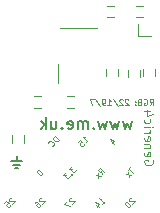
<source format=gbr>
%TF.GenerationSoftware,KiCad,Pcbnew,(6.0.2-0)*%
%TF.CreationDate,2022-03-29T11:09:11+01:00*%
%TF.ProjectId,Generic4,47656e65-7269-4633-942e-6b696361645f,1*%
%TF.SameCoordinates,Original*%
%TF.FileFunction,Legend,Bot*%
%TF.FilePolarity,Positive*%
%FSLAX46Y46*%
G04 Gerber Fmt 4.6, Leading zero omitted, Abs format (unit mm)*
G04 Created by KiCad (PCBNEW (6.0.2-0)) date 2022-03-29 11:09:11*
%MOMM*%
%LPD*%
G01*
G04 APERTURE LIST*
%ADD10C,0.100000*%
%ADD11C,0.150000*%
%ADD12C,0.080000*%
%ADD13C,0.120000*%
G04 APERTURE END LIST*
D10*
X99209433Y-55260685D02*
X99175761Y-55260685D01*
X99125253Y-55277521D01*
X99041074Y-55361700D01*
X99024238Y-55412208D01*
X99024238Y-55445879D01*
X99041074Y-55496387D01*
X99074746Y-55530059D01*
X99142089Y-55563730D01*
X99546150Y-55563730D01*
X99327284Y-55782597D01*
X98855879Y-55546895D02*
X98620177Y-55782597D01*
X99125253Y-55984627D01*
X101833612Y-53276269D02*
X101783104Y-52990059D01*
X102035643Y-53074238D02*
X101682089Y-52720685D01*
X101547402Y-52855372D01*
X101530566Y-52905879D01*
X101530566Y-52939551D01*
X101547402Y-52990059D01*
X101597910Y-53040566D01*
X101648417Y-53057402D01*
X101682089Y-53057402D01*
X101732597Y-53040566D01*
X101867284Y-52905879D01*
X101715761Y-53394120D02*
X101294864Y-53343612D01*
X101480059Y-53158417D02*
X101530566Y-53579314D01*
X98179314Y-50390566D02*
X97825761Y-50037013D01*
X97741582Y-50121192D01*
X97707910Y-50188536D01*
X97707910Y-50255879D01*
X97724746Y-50306387D01*
X97775253Y-50390566D01*
X97825761Y-50441074D01*
X97909940Y-50491582D01*
X97960448Y-50508417D01*
X98027791Y-50508417D01*
X98095135Y-50474746D01*
X98179314Y-50390566D01*
X97590059Y-50912478D02*
X97623730Y-50912478D01*
X97691074Y-50878807D01*
X97724746Y-50845135D01*
X97758417Y-50777791D01*
X97758417Y-50710448D01*
X97741582Y-50659940D01*
X97691074Y-50575761D01*
X97640566Y-50525253D01*
X97556387Y-50474746D01*
X97505879Y-50457910D01*
X97438536Y-50457910D01*
X97371192Y-50491582D01*
X97337521Y-50525253D01*
X97303849Y-50592597D01*
X97303849Y-50626269D01*
X101867284Y-55782597D02*
X102069314Y-55580566D01*
X101968299Y-55681582D02*
X101614746Y-55328028D01*
X101698925Y-55344864D01*
X101766269Y-55344864D01*
X101816776Y-55328028D01*
X101328536Y-55849940D02*
X101564238Y-56085643D01*
X101278028Y-55631074D02*
X101614746Y-55799433D01*
X101395879Y-56018299D01*
X96669433Y-55260685D02*
X96635761Y-55260685D01*
X96585253Y-55277521D01*
X96501074Y-55361700D01*
X96484238Y-55412208D01*
X96484238Y-55445879D01*
X96501074Y-55496387D01*
X96534746Y-55530059D01*
X96602089Y-55563730D01*
X97006150Y-55563730D01*
X96787284Y-55782597D01*
X96130685Y-55732089D02*
X96198028Y-55664746D01*
X96248536Y-55647910D01*
X96282208Y-55647910D01*
X96366387Y-55664746D01*
X96450566Y-55715253D01*
X96585253Y-55849940D01*
X96602089Y-55900448D01*
X96602089Y-55934120D01*
X96585253Y-55984627D01*
X96517910Y-56051971D01*
X96467402Y-56068807D01*
X96433730Y-56068807D01*
X96383223Y-56051971D01*
X96299043Y-55967791D01*
X96282208Y-55917284D01*
X96282208Y-55883612D01*
X96299043Y-55833104D01*
X96366387Y-55765761D01*
X96416895Y-55748925D01*
X96450566Y-55748925D01*
X96501074Y-55765761D01*
X106125000Y-52075000D02*
X106160714Y-52146428D01*
X106160714Y-52253571D01*
X106125000Y-52360714D01*
X106053571Y-52432142D01*
X105982142Y-52467857D01*
X105839285Y-52503571D01*
X105732142Y-52503571D01*
X105589285Y-52467857D01*
X105517857Y-52432142D01*
X105446428Y-52360714D01*
X105410714Y-52253571D01*
X105410714Y-52182142D01*
X105446428Y-52075000D01*
X105482142Y-52039285D01*
X105732142Y-52039285D01*
X105732142Y-52182142D01*
X105446428Y-51432142D02*
X105410714Y-51503571D01*
X105410714Y-51646428D01*
X105446428Y-51717857D01*
X105517857Y-51753571D01*
X105803571Y-51753571D01*
X105875000Y-51717857D01*
X105910714Y-51646428D01*
X105910714Y-51503571D01*
X105875000Y-51432142D01*
X105803571Y-51396428D01*
X105732142Y-51396428D01*
X105660714Y-51753571D01*
X105910714Y-51075000D02*
X105410714Y-51075000D01*
X105839285Y-51075000D02*
X105875000Y-51039285D01*
X105910714Y-50967857D01*
X105910714Y-50860714D01*
X105875000Y-50789285D01*
X105803571Y-50753571D01*
X105410714Y-50753571D01*
X105446428Y-50110714D02*
X105410714Y-50182142D01*
X105410714Y-50325000D01*
X105446428Y-50396428D01*
X105517857Y-50432142D01*
X105803571Y-50432142D01*
X105875000Y-50396428D01*
X105910714Y-50325000D01*
X105910714Y-50182142D01*
X105875000Y-50110714D01*
X105803571Y-50075000D01*
X105732142Y-50075000D01*
X105660714Y-50432142D01*
X105410714Y-49753571D02*
X105910714Y-49753571D01*
X105767857Y-49753571D02*
X105839285Y-49717857D01*
X105875000Y-49682142D01*
X105910714Y-49610714D01*
X105910714Y-49539285D01*
X105410714Y-49289285D02*
X105910714Y-49289285D01*
X106160714Y-49289285D02*
X106125000Y-49325000D01*
X106089285Y-49289285D01*
X106125000Y-49253571D01*
X106160714Y-49289285D01*
X106089285Y-49289285D01*
X105446428Y-48610714D02*
X105410714Y-48682142D01*
X105410714Y-48825000D01*
X105446428Y-48896428D01*
X105482142Y-48932142D01*
X105553571Y-48967857D01*
X105767857Y-48967857D01*
X105839285Y-48932142D01*
X105875000Y-48896428D01*
X105910714Y-48825000D01*
X105910714Y-48682142D01*
X105875000Y-48610714D01*
X105910714Y-47967857D02*
X105410714Y-47967857D01*
X106196428Y-48146428D02*
X105660714Y-48325000D01*
X105660714Y-47860714D01*
X99276776Y-52585998D02*
X99057910Y-52804864D01*
X99310448Y-52821700D01*
X99259940Y-52872208D01*
X99243104Y-52922715D01*
X99243104Y-52956387D01*
X99259940Y-53006895D01*
X99344120Y-53091074D01*
X99394627Y-53107910D01*
X99428299Y-53107910D01*
X99478807Y-53091074D01*
X99579822Y-52990059D01*
X99596658Y-52939551D01*
X99596658Y-52905879D01*
X99226269Y-53276269D02*
X99226269Y-53309940D01*
X99259940Y-53309940D01*
X99259940Y-53276269D01*
X99226269Y-53276269D01*
X99259940Y-53309940D01*
X98771700Y-53091074D02*
X98552834Y-53309940D01*
X98805372Y-53326776D01*
X98754864Y-53377284D01*
X98738028Y-53427791D01*
X98738028Y-53461463D01*
X98754864Y-53511971D01*
X98839043Y-53596150D01*
X98889551Y-53612986D01*
X98923223Y-53612986D01*
X98973730Y-53596150D01*
X99074746Y-53495135D01*
X99091582Y-53444627D01*
X99091582Y-53410956D01*
D11*
X95076190Y-52180952D02*
X94123809Y-52180952D01*
X94885714Y-52466666D02*
X94314285Y-52466666D01*
X94600000Y-51752380D02*
X94600000Y-52180952D01*
X94504761Y-52752380D02*
X94695238Y-52752380D01*
D12*
X105869047Y-47426190D02*
X106035714Y-47188095D01*
X106154761Y-47426190D02*
X106154761Y-46926190D01*
X105964285Y-46926190D01*
X105916666Y-46950000D01*
X105892857Y-46973809D01*
X105869047Y-47021428D01*
X105869047Y-47092857D01*
X105892857Y-47140476D01*
X105916666Y-47164285D01*
X105964285Y-47188095D01*
X106154761Y-47188095D01*
X105392857Y-46950000D02*
X105440476Y-46926190D01*
X105511904Y-46926190D01*
X105583333Y-46950000D01*
X105630952Y-46997619D01*
X105654761Y-47045238D01*
X105678571Y-47140476D01*
X105678571Y-47211904D01*
X105654761Y-47307142D01*
X105630952Y-47354761D01*
X105583333Y-47402380D01*
X105511904Y-47426190D01*
X105464285Y-47426190D01*
X105392857Y-47402380D01*
X105369047Y-47378571D01*
X105369047Y-47211904D01*
X105464285Y-47211904D01*
X104988095Y-47164285D02*
X104916666Y-47188095D01*
X104892857Y-47211904D01*
X104869047Y-47259523D01*
X104869047Y-47330952D01*
X104892857Y-47378571D01*
X104916666Y-47402380D01*
X104964285Y-47426190D01*
X105154761Y-47426190D01*
X105154761Y-46926190D01*
X104988095Y-46926190D01*
X104940476Y-46950000D01*
X104916666Y-46973809D01*
X104892857Y-47021428D01*
X104892857Y-47069047D01*
X104916666Y-47116666D01*
X104940476Y-47140476D01*
X104988095Y-47164285D01*
X105154761Y-47164285D01*
X104654761Y-47378571D02*
X104630952Y-47402380D01*
X104654761Y-47426190D01*
X104678571Y-47402380D01*
X104654761Y-47378571D01*
X104654761Y-47426190D01*
X104654761Y-47116666D02*
X104630952Y-47140476D01*
X104654761Y-47164285D01*
X104678571Y-47140476D01*
X104654761Y-47116666D01*
X104654761Y-47164285D01*
X104059523Y-46973809D02*
X104035714Y-46950000D01*
X103988095Y-46926190D01*
X103869047Y-46926190D01*
X103821428Y-46950000D01*
X103797619Y-46973809D01*
X103773809Y-47021428D01*
X103773809Y-47069047D01*
X103797619Y-47140476D01*
X104083333Y-47426190D01*
X103773809Y-47426190D01*
X103583333Y-46973809D02*
X103559523Y-46950000D01*
X103511904Y-46926190D01*
X103392857Y-46926190D01*
X103345238Y-46950000D01*
X103321428Y-46973809D01*
X103297619Y-47021428D01*
X103297619Y-47069047D01*
X103321428Y-47140476D01*
X103607142Y-47426190D01*
X103297619Y-47426190D01*
X102726190Y-46902380D02*
X103154761Y-47545238D01*
X102297619Y-47426190D02*
X102583333Y-47426190D01*
X102440476Y-47426190D02*
X102440476Y-46926190D01*
X102488095Y-46997619D01*
X102535714Y-47045238D01*
X102583333Y-47069047D01*
X102059523Y-47426190D02*
X101964285Y-47426190D01*
X101916666Y-47402380D01*
X101892857Y-47378571D01*
X101845238Y-47307142D01*
X101821428Y-47211904D01*
X101821428Y-47021428D01*
X101845238Y-46973809D01*
X101869047Y-46950000D01*
X101916666Y-46926190D01*
X102011904Y-46926190D01*
X102059523Y-46950000D01*
X102083333Y-46973809D01*
X102107142Y-47021428D01*
X102107142Y-47140476D01*
X102083333Y-47188095D01*
X102059523Y-47211904D01*
X102011904Y-47235714D01*
X101916666Y-47235714D01*
X101869047Y-47211904D01*
X101845238Y-47188095D01*
X101821428Y-47140476D01*
X101250000Y-46902380D02*
X101678571Y-47545238D01*
X101130952Y-46926190D02*
X100797619Y-46926190D01*
X101011904Y-47426190D01*
D10*
X94129433Y-55260685D02*
X94095761Y-55260685D01*
X94045253Y-55277521D01*
X93961074Y-55361700D01*
X93944238Y-55412208D01*
X93944238Y-55445879D01*
X93961074Y-55496387D01*
X93994746Y-55530059D01*
X94062089Y-55563730D01*
X94466150Y-55563730D01*
X94247284Y-55782597D01*
X93573849Y-55748925D02*
X93742208Y-55580566D01*
X93927402Y-55732089D01*
X93893730Y-55732089D01*
X93843223Y-55748925D01*
X93759043Y-55833104D01*
X93742208Y-55883612D01*
X93742208Y-55917284D01*
X93759043Y-55967791D01*
X93843223Y-56051971D01*
X93893730Y-56068807D01*
X93927402Y-56068807D01*
X93977910Y-56051971D01*
X94062089Y-55967791D01*
X94078925Y-55917284D01*
X94078925Y-55883612D01*
X102606895Y-50491582D02*
X102842597Y-50727284D01*
X102556387Y-50272715D02*
X102893104Y-50441074D01*
X102674238Y-50659940D01*
X104289433Y-55260685D02*
X104255761Y-55260685D01*
X104205253Y-55277521D01*
X104121074Y-55361700D01*
X104104238Y-55412208D01*
X104104238Y-55445879D01*
X104121074Y-55496387D01*
X104154746Y-55530059D01*
X104222089Y-55563730D01*
X104626150Y-55563730D01*
X104407284Y-55782597D01*
X103834864Y-55647910D02*
X103801192Y-55681582D01*
X103784356Y-55732089D01*
X103784356Y-55765761D01*
X103801192Y-55816269D01*
X103851700Y-55900448D01*
X103935879Y-55984627D01*
X104020059Y-56035135D01*
X104070566Y-56051971D01*
X104104238Y-56051971D01*
X104154746Y-56035135D01*
X104188417Y-56001463D01*
X104205253Y-55950956D01*
X104205253Y-55917284D01*
X104188417Y-55866776D01*
X104137910Y-55782597D01*
X104053730Y-55698417D01*
X103969551Y-55647910D01*
X103919043Y-55631074D01*
X103885372Y-55631074D01*
X103834864Y-55647910D01*
X104230507Y-52712267D02*
X104028477Y-52914297D01*
X104483045Y-53166835D02*
X104129492Y-52813282D01*
X104297851Y-53352030D02*
X103876954Y-53301522D01*
X104062148Y-53116328D02*
X104112656Y-53537225D01*
X96383223Y-52939551D02*
X96349551Y-52973223D01*
X96332715Y-53023730D01*
X96332715Y-53057402D01*
X96349551Y-53107910D01*
X96400059Y-53192089D01*
X96484238Y-53276269D01*
X96568417Y-53326776D01*
X96618925Y-53343612D01*
X96652597Y-53343612D01*
X96703104Y-53326776D01*
X96736776Y-53293104D01*
X96753612Y-53242597D01*
X96753612Y-53208925D01*
X96736776Y-53158417D01*
X96686269Y-53074238D01*
X96602089Y-52990059D01*
X96517910Y-52939551D01*
X96467402Y-52922715D01*
X96433730Y-52922715D01*
X96383223Y-52939551D01*
D11*
X104357142Y-48785714D02*
X104166666Y-49452380D01*
X103976190Y-48976190D01*
X103785714Y-49452380D01*
X103595238Y-48785714D01*
X103309523Y-48785714D02*
X103119047Y-49452380D01*
X102928571Y-48976190D01*
X102738095Y-49452380D01*
X102547619Y-48785714D01*
X102261904Y-48785714D02*
X102071428Y-49452380D01*
X101880952Y-48976190D01*
X101690476Y-49452380D01*
X101500000Y-48785714D01*
X101119047Y-49357142D02*
X101071428Y-49404761D01*
X101119047Y-49452380D01*
X101166666Y-49404761D01*
X101119047Y-49357142D01*
X101119047Y-49452380D01*
X100642857Y-49452380D02*
X100642857Y-48785714D01*
X100642857Y-48880952D02*
X100595238Y-48833333D01*
X100500000Y-48785714D01*
X100357142Y-48785714D01*
X100261904Y-48833333D01*
X100214285Y-48928571D01*
X100214285Y-49452380D01*
X100214285Y-48928571D02*
X100166666Y-48833333D01*
X100071428Y-48785714D01*
X99928571Y-48785714D01*
X99833333Y-48833333D01*
X99785714Y-48928571D01*
X99785714Y-49452380D01*
X98928571Y-49404761D02*
X99023809Y-49452380D01*
X99214285Y-49452380D01*
X99309523Y-49404761D01*
X99357142Y-49309523D01*
X99357142Y-48928571D01*
X99309523Y-48833333D01*
X99214285Y-48785714D01*
X99023809Y-48785714D01*
X98928571Y-48833333D01*
X98880952Y-48928571D01*
X98880952Y-49023809D01*
X99357142Y-49119047D01*
X98452380Y-49357142D02*
X98404761Y-49404761D01*
X98452380Y-49452380D01*
X98500000Y-49404761D01*
X98452380Y-49357142D01*
X98452380Y-49452380D01*
X97547619Y-48785714D02*
X97547619Y-49452380D01*
X97976190Y-48785714D02*
X97976190Y-49309523D01*
X97928571Y-49404761D01*
X97833333Y-49452380D01*
X97690476Y-49452380D01*
X97595238Y-49404761D01*
X97547619Y-49357142D01*
X97071428Y-49452380D02*
X97071428Y-48452380D01*
X96976190Y-49071428D02*
X96690476Y-49452380D01*
X96690476Y-48785714D02*
X97071428Y-49166666D01*
D10*
X100477284Y-50592597D02*
X100679314Y-50390566D01*
X100578299Y-50491582D02*
X100224746Y-50138028D01*
X100308925Y-50154864D01*
X100376269Y-50154864D01*
X100426776Y-50138028D01*
X99803849Y-50558925D02*
X99972208Y-50390566D01*
X100157402Y-50542089D01*
X100123730Y-50542089D01*
X100073223Y-50558925D01*
X99989043Y-50643104D01*
X99972208Y-50693612D01*
X99972208Y-50727284D01*
X99989043Y-50777791D01*
X100073223Y-50861971D01*
X100123730Y-50878807D01*
X100157402Y-50878807D01*
X100207910Y-50861971D01*
X100292089Y-50777791D01*
X100308925Y-50727284D01*
X100308925Y-50693612D01*
D13*
%TO.C,R2*%
X105050000Y-44425000D02*
X105050000Y-45025000D01*
X104050000Y-44425000D02*
X104050000Y-45025000D01*
%TO.C,C1*%
X99500000Y-46700000D02*
X98900000Y-46700000D01*
X99500000Y-47700000D02*
X98900000Y-47700000D01*
%TO.C,R6*%
X102225000Y-40000000D02*
X102825000Y-40000000D01*
X102225000Y-39000000D02*
X102825000Y-39000000D01*
%TO.C,R1*%
X103200000Y-44400000D02*
X103200000Y-45000000D01*
X102200000Y-44400000D02*
X102200000Y-45000000D01*
%TO.C,R3*%
X106350000Y-44400000D02*
X106350000Y-45000000D01*
X105350000Y-44400000D02*
X105350000Y-45000000D01*
%TO.C,R4*%
X96100000Y-46700000D02*
X96700000Y-46700000D01*
X96100000Y-47700000D02*
X96700000Y-47700000D01*
%TO.C,D1*%
X104900000Y-41600000D02*
X104900000Y-40600000D01*
X106000000Y-41600000D02*
X104900000Y-41600000D01*
%TO.C,C6*%
X94200000Y-50000000D02*
X94200000Y-50600000D01*
X95200000Y-50000000D02*
X95200000Y-50600000D01*
%TO.C,U2*%
X101400000Y-40925000D02*
X98300000Y-40925000D01*
X98125000Y-43975000D02*
X98125000Y-45575000D01*
%TO.C,R5*%
X105300000Y-39000000D02*
X104700000Y-39000000D01*
X105300000Y-40000000D02*
X104700000Y-40000000D01*
%TD*%
M02*

</source>
